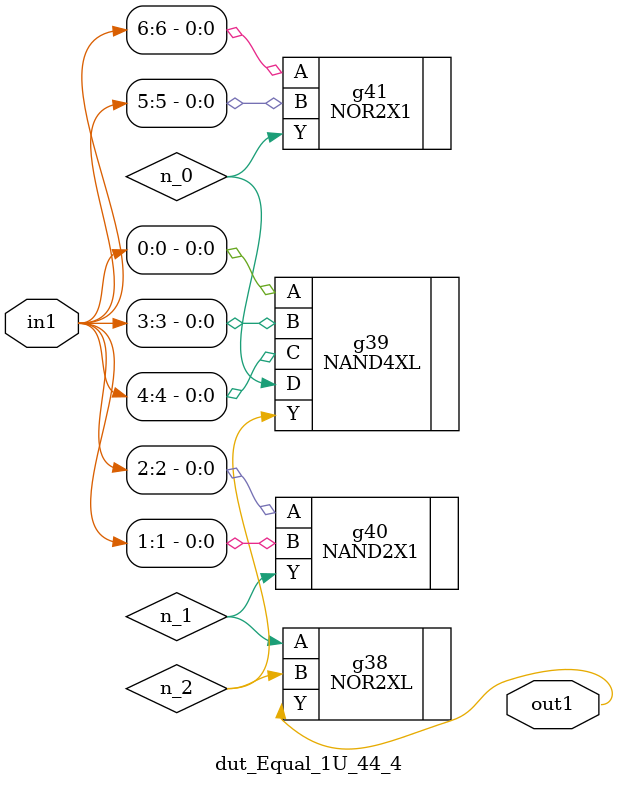
<source format=v>
`timescale 1ps / 1ps


module dut_Equal_1U_44_4(in1, out1);
  input [6:0] in1;
  output out1;
  wire [6:0] in1;
  wire out1;
  wire n_0, n_1, n_2;
  NOR2XL g38(.A (n_1), .B (n_2), .Y (out1));
  NAND4XL g39(.A (in1[0]), .B (in1[3]), .C (in1[4]), .D (n_0), .Y
       (n_2));
  NAND2X1 g40(.A (in1[2]), .B (in1[1]), .Y (n_1));
  NOR2X1 g41(.A (in1[6]), .B (in1[5]), .Y (n_0));
endmodule



</source>
